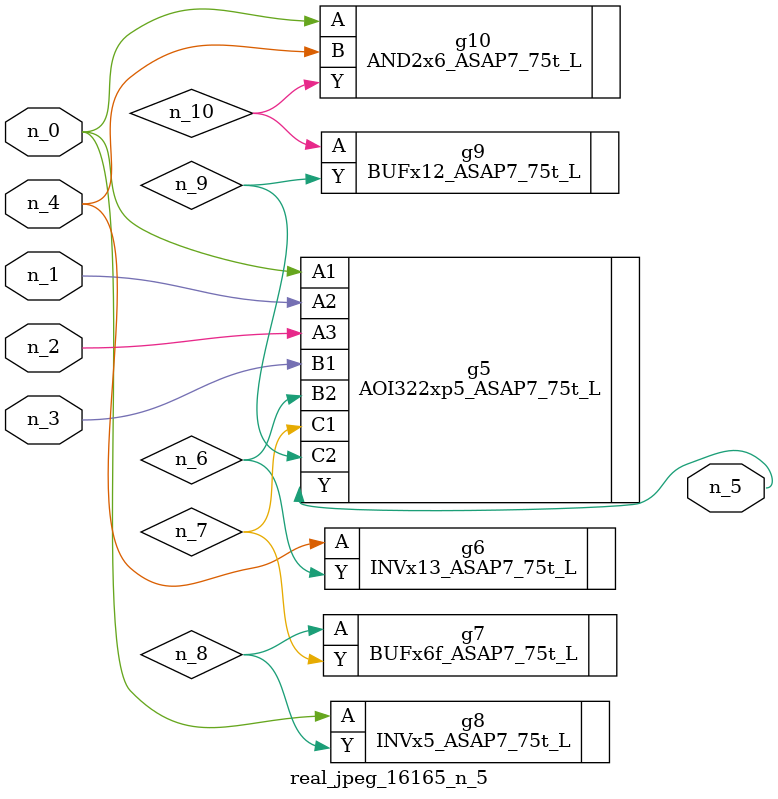
<source format=v>
module real_jpeg_16165_n_5 (n_4, n_0, n_1, n_2, n_3, n_5);

input n_4;
input n_0;
input n_1;
input n_2;
input n_3;

output n_5;

wire n_8;
wire n_6;
wire n_7;
wire n_10;
wire n_9;

AOI322xp5_ASAP7_75t_L g5 ( 
.A1(n_0),
.A2(n_1),
.A3(n_2),
.B1(n_3),
.B2(n_6),
.C1(n_7),
.C2(n_9),
.Y(n_5)
);

INVx5_ASAP7_75t_L g8 ( 
.A(n_0),
.Y(n_8)
);

AND2x6_ASAP7_75t_L g10 ( 
.A(n_0),
.B(n_4),
.Y(n_10)
);

INVx13_ASAP7_75t_L g6 ( 
.A(n_4),
.Y(n_6)
);

BUFx6f_ASAP7_75t_L g7 ( 
.A(n_8),
.Y(n_7)
);

BUFx12_ASAP7_75t_L g9 ( 
.A(n_10),
.Y(n_9)
);


endmodule
</source>
